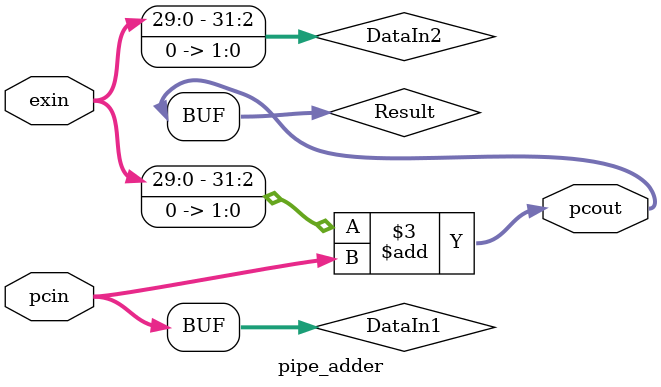
<source format=v>
module pipe_adder(pcin,exin,pcout);

	input[31:0]				pcin;
	input[31:0]				exin;

	output reg[31:0]		pcout;


	reg signed [31:0] DataIn1;
	reg signed [31:0] DataIn2;
	reg signed [31:0] Result;

	initial
	begin
		DataIn2=32'b0;
		DataIn1=32'b0;
		Result=32'b0;
		pcout=32'b0;
	end

	always@(pcin or exin)
	begin
		DataIn1=pcin;
		DataIn2=exin<<2;
		Result=DataIn2+DataIn1;
		pcout=Result;
	end
endmodule


</source>
